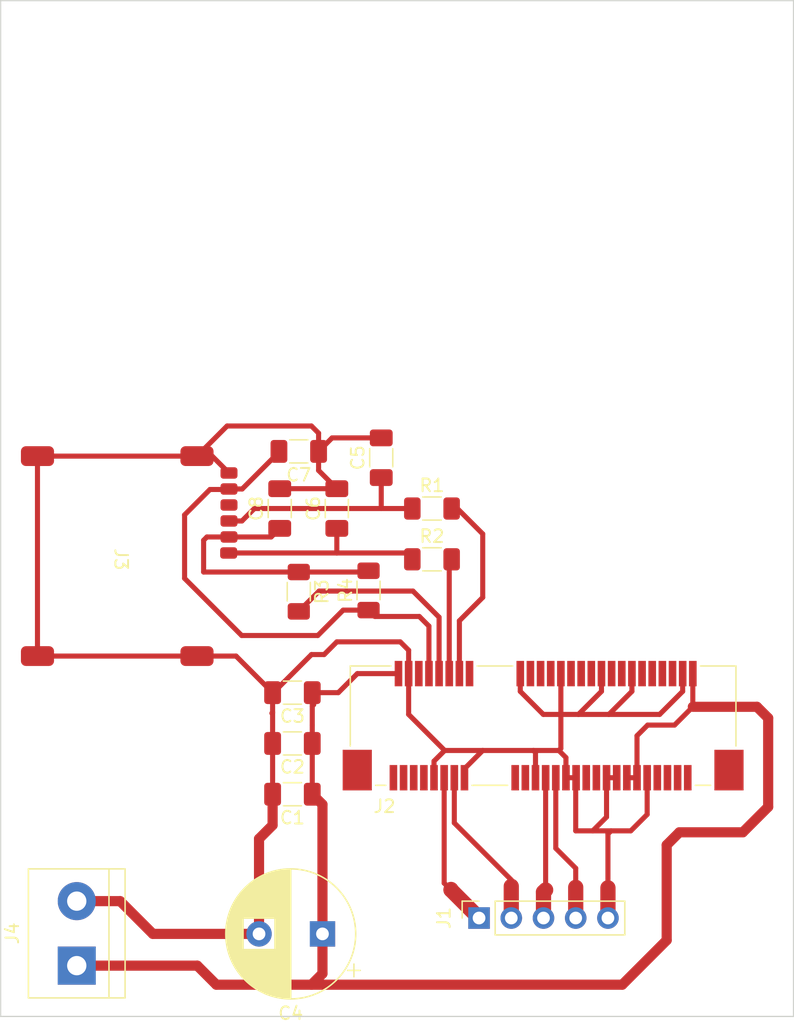
<source format=kicad_pcb>
(kicad_pcb (version 20211014) (generator pcbnew)
  (layers (0 "F.Cu" signal) (31 "B.Cu" signal) (34 "B.Paste" user) (35 "F.Paste" user) (36 "B.SilkS" user "B.Silkscreen") (37 "F.SilkS" user "F.Silkscreen") (38 "B.Mask" user) (39 "F.Mask" user) (44 "Edge.Cuts" user))
  (net 0 "")
  (net 1 "+3V3")
  (net 2 "GND")
  (net 3 "Net-(C5-Pad1)")
  (net 4 "Net-(C6-Pad1)")
  (net 5 "SIM_Vcc")
  (net 6 "Net-(C8-Pad1)")
  (net 7 "UART_RX")
  (net 8 "UART_CTS")
  (net 9 "UART_RTS")
  (net 10 "UART_TX")
  (net 16 "SIM_IO")
  (net 17 "SIM_CLK")
  (net 18 "SIM_Reset")
  (footprint "Capacitor_SMD:C_1206_3216Metric_Pad1.33x1.80mm_HandSolder" (layer "F.Cu") (at 136.24 81.325 90)
    (fp_text reference "C8" (at 0 -1.85 90) (layer "F.SilkS"))
    (fp_text value "33pF")
    (fp_line (start -0.711252 -0.91) (end 0.711252 -0.91) (layer "F.SilkS") (width 0.12))
    (fp_line (start -0.711252 0.91) (end 0.711252 0.91) (layer "F.SilkS") (width 0.12))
    (pad "1" smd roundrect locked (at -1.5625 0 90) (size 1.325 1.8) (layers "F.Cu" "F.Paste" "F.Mask") (roundrect_rratio 0.188679) (net 6 "Net-(C8-Pad1)"))
    (pad "2" smd roundrect locked (at 1.5625 0 90) (size 1.325 1.8) (layers "F.Cu" "F.Paste" "F.Mask") (roundrect_rratio 0.188679) (net 2 "GND"))
  )
  (footprint "Connector_PinSocket_2.54mm:PinSocket_1x05_P2.54mm_Vertical" (layer "F.Cu") (at 151.95 113.575 90)
    (fp_text reference "J1" (at 0 -2.77 90) (layer "F.SilkS"))
    (fp_text value "UART")
    (fp_line (start 0 -1.33) (end 1.33 -1.33) (layer "F.SilkS") (width 0.12))
    (fp_line (start -1.33 1.27) (end 1.33 1.27) (layer "F.SilkS") (width 0.12))
    (fp_line (start -1.33 11.49) (end 1.33 11.49) (layer "F.SilkS") (width 0.12))
    (fp_line (start -1.33 1.27) (end -1.33 11.49) (layer "F.SilkS") (width 0.12))
    (fp_line (start 1.33 1.27) (end 1.33 11.49) (layer "F.SilkS") (width 0.12))
    (fp_line (start 1.33 -1.33) (end 1.33 0) (layer "F.SilkS") (width 0.12))
    (pad "1" thru_hole rect locked (at 0 0 90) (size 1.7 1.7) (drill 1) (layers *.Cu *.Mask) (net 7 "UART_RX"))
    (pad "2" thru_hole oval locked (at 0 2.54 90) (size 1.7 1.7) (drill 1) (layers *.Cu *.Mask) (net 10 "UART_TX"))
    (pad "3" thru_hole oval locked (at 0 5.08 90) (size 1.7 1.7) (drill 1) (layers *.Cu *.Mask) (net 8 "UART_CTS"))
    (pad "4" thru_hole oval locked (at 0 7.62 90) (size 1.7 1.7) (drill 1) (layers *.Cu *.Mask) (net 9 "UART_RTS"))
    (pad "5" thru_hole oval locked (at 0 10.16 90) (size 1.7 1.7) (drill 1) (layers *.Cu *.Mask) (net 2 "GND"))
  )
  (footprint "Capacitor_SMD:C_1206_3216Metric_Pad1.33x1.80mm_HandSolder" (layer "F.Cu") (at 137.24 99.825 180)
    (fp_text reference "C2" (at 0 -1.85) (layer "F.SilkS"))
    (fp_text value "33pF")
    (fp_line (start -0.711252 0.91) (end 0.711252 0.91) (layer "F.SilkS") (width 0.12))
    (fp_line (start -0.711252 -0.91) (end 0.711252 -0.91) (layer "F.SilkS") (width 0.12))
    (pad "1" smd roundrect locked (at -1.5625 0 180) (size 1.325 1.8) (layers "F.Cu" "F.Paste" "F.Mask") (roundrect_rratio 0.188679) (net 1 "+3V3"))
    (pad "2" smd roundrect locked (at 1.5625 0 180) (size 1.325 1.8) (layers "F.Cu" "F.Paste" "F.Mask") (roundrect_rratio 0.188679) (net 2 "GND"))
  )
  (footprint "Capacitor_THT:CP_Radial_D10.0mm_P5.00mm" (layer "F.Cu") (at 139.607677 114.825 180)
    (fp_text reference "C4" (at 2.5 -6.25) (layer "F.SilkS"))
    (fp_text value "470uF")
    (fp_line (start 7.541 -0.862) (end 7.541 0.862) (layer "F.SilkS") (width 0.12))
    (fp_line (start 5.341 1.241) (end 5.341 4.221) (layer "F.SilkS") (width 0.12))
    (fp_line (start 6.261 -3.436) (end 6.261 3.436) (layer "F.SilkS") (width 0.12))
    (fp_line (start 4.141 1.241) (end 4.141 4.811) (layer "F.SilkS") (width 0.12))
    (fp_line (start 5.981 1.241) (end 5.981 3.716) (layer "F.SilkS") (width 0.12))
    (fp_line (start 4.381 1.241) (end 4.381 4.723) (layer "F.SilkS") (width 0.12))
    (fp_line (start 7.221 -1.944) (end 7.221 1.944) (layer "F.SilkS") (width 0.12))
    (fp_line (start 2.62 -5.079) (end 2.62 5.079) (layer "F.SilkS") (width 0.12))
    (fp_line (start 4.381 -4.723) (end 4.381 -1.241) (layer "F.SilkS") (width 0.12))
    (fp_line (start 5.101 1.241) (end 5.101 4.371) (layer "F.SilkS") (width 0.12))
    (fp_line (start 5.421 1.241) (end 5.421 4.166) (layer "F.SilkS") (width 0.12))
    (fp_line (start 6.781 -2.77) (end 6.781 2.77) (layer "F.SilkS") (width 0.12))
    (fp_line (start 6.101 -3.601) (end 6.101 -1.241) (layer "F.SilkS") (width 0.12))
    (fp_line (start 2.9 -5.065) (end 2.9 5.065) (layer "F.SilkS") (width 0.12))
    (fp_line (start 3.18 -5.035) (end 3.18 5.035) (layer "F.SilkS") (width 0.12))
    (fp_line (start -2.979646 -2.875) (end -1.979646 -2.875) (layer "F.SilkS") (width 0.12))
    (fp_line (start 6.301 -3.392) (end 6.301 3.392) (layer "F.SilkS") (width 0.12))
    (fp_line (start 5.701 1.241) (end 5.701 3.957) (layer "F.SilkS") (width 0.12))
    (fp_line (start 6.981 -2.439) (end 6.981 2.439) (layer "F.SilkS") (width 0.12))
    (fp_line (start 3.621 -4.956) (end 3.621 4.956) (layer "F.SilkS") (width 0.12))
    (fp_line (start 5.061 1.241) (end 5.061 4.395) (layer "F.SilkS") (width 0.12))
    (fp_line (start 6.901 -2.579) (end 6.901 2.579) (layer "F.SilkS") (width 0.12))
    (fp_line (start 5.541 1.241) (end 5.541 4.08) (layer "F.SilkS") (width 0.12))
    (fp_line (start 4.941 -4.462) (end 4.941 -1.241) (layer "F.SilkS") (width 0.12))
    (fp_line (start 6.501 -3.156) (end 6.501 3.156) (layer "F.SilkS") (width 0.12))
    (fp_line (start 3.501 -4.982) (end 3.501 4.982) (layer "F.SilkS") (width 0.12))
    (fp_line (start 3.861 1.241) (end 3.861 4.897) (layer "F.SilkS") (width 0.12))
    (fp_line (start 4.221 -4.783) (end 4.221 -1.241) (layer "F.SilkS") (width 0.12))
    (fp_line (start 6.221 1.241) (end 6.221 3.478) (layer "F.SilkS") (width 0.12))
    (fp_line (start 4.181 1.241) (end 4.181 4.797) (layer "F.SilkS") (width 0.12))
    (fp_line (start 4.781 1.241) (end 4.781 4.545) (layer "F.SilkS") (width 0.12))
    (fp_line (start 3.381 -5.004) (end 3.381 5.004) (layer "F.SilkS") (width 0.12))
    (fp_line (start 4.661 -4.603) (end 4.661 -1.241) (layer "F.SilkS") (width 0.12))
    (fp_line (start 4.541 1.241) (end 4.541 4.657) (layer "F.SilkS") (width 0.12))
    (fp_line (start 4.501 1.241) (end 4.501 4.674) (layer "F.SilkS") (width 0.12))
    (fp_line (start 5.301 -4.247) (end 5.301 -1.241) (layer "F.SilkS") (width 0.12))
    (fp_line (start 7.181 -2.037) (end 7.181 2.037) (layer "F.SilkS") (width 0.12))
    (fp_line (start 3.981 -4.862) (end 3.981 -1.241) (layer "F.SilkS") (width 0.12))
    (fp_line (start 3.221 -5.03) (end 3.221 5.03) (layer "F.SilkS") (width 0.12))
    (fp_line (start 5.461 1.241) (end 5.461 4.138) (layer "F.SilkS") (width 0.12))
    (fp_line (start 5.661 1.241) (end 5.661 3.989) (layer "F.SilkS") (width 0.12))
    (fp_line (start 6.141 -3.561) (end 6.141 -1.241) (layer "F.SilkS") (width 0.12))
    (fp_line (start 6.941 -2.51) (end 6.941 2.51) (layer "F.SilkS") (width 0.12))
    (fp_line (start 3.981 1.241) (end 3.981 4.862) (layer "F.SilkS") (width 0.12))
    (fp_line (start 5.781 -3.892) (end 5.781 -1.241) (layer "F.SilkS") (width 0.12))
    (fp_line (start 6.701 -2.889) (end 6.701 2.889) (layer "F.SilkS") (width 0.12))
    (fp_line (start 5.181 -4.323) (end 5.181 -1.241) (layer "F.SilkS") (width 0.12))
    (fp_line (start 5.061 -4.395) (end 5.061 -1.241) (layer "F.SilkS") (width 0.12))
    (fp_line (start 4.621 1.241) (end 4.621 4.621) (layer "F.SilkS") (width 0.12))
    (fp_line (start 6.181 -3.52) (end 6.181 -1.241) (layer "F.SilkS") (width 0.12))
    (fp_line (start 5.501 1.241) (end 5.501 4.11) (layer "F.SilkS") (width 0.12))
    (fp_line (start 3.741 -4.928) (end 3.741 4.928) (layer "F.SilkS") (width 0.12))
    (fp_line (start 3.901 1.241) (end 3.901 4.885) (layer "F.SilkS") (width 0.12))
    (fp_line (start 4.101 -4.824) (end 4.101 -1.241) (layer "F.SilkS") (width 0.12))
    (fp_line (start 3.581 -4.965) (end 3.581 4.965) (layer "F.SilkS") (width 0.12))
    (fp_line (start 4.981 1.241) (end 4.981 4.44) (layer "F.SilkS") (width 0.12))
    (fp_line (start 4.861 1.241) (end 4.861 4.504) (layer "F.SilkS") (width 0.12))
    (fp_line (start 4.061 1.241) (end 4.061 4.837) (layer "F.SilkS") (width 0.12))
    (fp_line (start 3.781 -4.918) (end 3.781 -1.241) (layer "F.SilkS") (width 0.12))
    (fp_line (start 4.861 -4.504) (end 4.861 -1.241) (layer "F.SilkS") (width 0.12))
    (fp_line (start 6.341 -3.347) (end 6.341 3.347) (layer "F.SilkS") (width 0.12))
    (fp_line (start 6.021 -3.679) (end 6.021 -1.241) (layer "F.SilkS") (width 0.12))
    (fp_line (start 4.021 1.241) (end 4.021 4.85) (layer "F.SilkS") (width 0.12))
    (fp_line (start 4.261 1.241) (end 4.261 4.768) (layer "F.SilkS") (width 0.12))
    (fp_line (start 4.701 -4.584) (end 4.701 -1.241) (layer "F.SilkS") (width 0.12))
    (fp_line (start 7.261 -1.846) (end 7.261 1.846) (layer "F.SilkS") (width 0.12))
    (fp_line (start 3.14 -5.04) (end 3.14 5.04) (layer "F.SilkS") (width 0.12))
    (fp_line (start 4.021 -4.85) (end 4.021 -1.241) (layer "F.SilkS") (width 0.12))
    (fp_line (start 3.421 -4.997) (end 3.421 4.997) (layer "F.SilkS") (width 0.12))
    (fp_line (start 5.101 -4.371) (end 5.101 -1.241) (layer "F.SilkS") (width 0.12))
    (fp_line (start 6.461 -3.206) (end 6.461 3.206) (layer "F.SilkS") (width 0.12))
    (fp_line (start 4.501 -4.674) (end 4.501 -1.241) (layer "F.SilkS") (width 0.12))
    (fp_line (start 4.341 -4.738) (end 4.341 -1.241) (layer "F.SilkS") (width 0.12))
    (fp_line (start 7.101 -2.209) (end 7.101 2.209) (layer "F.SilkS") (width 0.12))
    (fp_line (start 4.301 -4.754) (end 4.301 -1.241) (layer "F.SilkS") (width 0.12))
    (fp_line (start 7.141 -2.125) (end 7.141 2.125) (layer "F.SilkS") (width 0.12))
    (fp_line (start 5.181 1.241) (end 5.181 4.323) (layer "F.SilkS") (width 0.12))
    (fp_line (start 4.061 -4.837) (end 4.061 -1.241) (layer "F.SilkS") (width 0.12))
    (fp_line (start 3.1 -5.045) (end 3.1 5.045) (layer "F.SilkS") (width 0.12))
    (fp_line (start 5.581 1.241) (end 5.581 4.05) (layer "F.SilkS") (width 0.12))
    (fp_line (start 6.421 -3.254) (end 6.421 3.254) (layer "F.SilkS") (width 0.12))
    (fp_line (start 4.421 -4.707) (end 4.421 -1.241) (layer "F.SilkS") (width 0.12))
    (fp_line (start 3.02 -5.054) (end 3.02 5.054) (layer "F.SilkS") (width 0.12))
    (fp_line (start 5.021 -4.417) (end 5.021 -1.241) (layer "F.SilkS") (width 0.12))
    (fp_line (start 4.461 -4.69) (end 4.461 -1.241) (layer "F.SilkS") (width 0.12))
    (fp_line (start 5.741 -3.925) (end 5.741 -1.241) (layer "F.SilkS") (width 0.12))
    (fp_line (start 4.981 -4.44) (end 4.981 -1.241) (layer "F.SilkS") (width 0.12))
    (fp_line (start 5.021 1.241) (end 5.021 4.417) (layer "F.SilkS") (width 0.12))
    (fp_line (start 5.821 1.241) (end 5.821 3.858) (layer "F.SilkS") (width 0.12))
    (fp_line (start 6.381 -3.301) (end 6.381 3.301) (layer "F.SilkS") (width 0.12))
    (fp_line (start 4.741 1.241) (end 4.741 4.564) (layer "F.SilkS") (width 0.12))
    (fp_line (start 2.94 -5.062) (end 2.94 5.062) (layer "F.SilkS") (width 0.12))
    (fp_line (start 3.821 -4.907) (end 3.821 -1.241) (layer "F.SilkS") (width 0.12))
    (fp_line (start 5.221 -4.298) (end 5.221 -1.241) (layer "F.SilkS") (width 0.12))
    (fp_line (start 2.7 -5.077) (end 2.7 5.077) (layer "F.SilkS") (width 0.12))
    (fp_line (start 4.901 1.241) (end 4.901 4.483) (layer "F.SilkS") (width 0.12))
    (fp_line (start 6.741 -2.83) (end 6.741 2.83) (layer "F.SilkS") (width 0.12))
    (fp_line (start 4.141 -4.811) (end 4.141 -1.241) (layer "F.SilkS") (width 0.12))
    (fp_line (start 6.141 1.241) (end 6.141 3.561) (layer "F.SilkS") (width 0.12))
    (fp_line (start 7.301 -1.742) (end 7.301 1.742) (layer "F.SilkS") (width 0.12))
    (fp_line (start 7.421 -1.378) (end 7.421 1.378) (layer "F.SilkS") (width 0.12))
    (fp_line (start 3.301 -5.018) (end 3.301 5.018) (layer "F.SilkS") (width 0.12))
    (fp_line (start 4.821 -4.525) (end 4.821 -1.241) (layer "F.SilkS") (width 0.12))
    (fp_line (start 2.5 -5.08) (end 2.5 5.08) (layer "F.SilkS") (width 0.12))
    (fp_line (start 3.941 1.241) (end 3.941 4.874) (layer "F.SilkS") (width 0.12))
    (fp_line (start 5.861 -3.824) (end 5.861 -1.241) (layer "F.SilkS") (width 0.12))
    (fp_line (start 6.541 -3.106) (end 6.541 3.106) (layer "F.SilkS") (width 0.12))
    (fp_line (start 3.461 -4.99) (end 3.461 4.99) (layer "F.SilkS") (width 0.12))
    (fp_line (start 3.06 -5.05) (end 3.06 5.05) (layer "F.SilkS") (width 0.12))
    (fp_line (start 5.541 -4.08) (end 5.541 -1.241) (layer "F.SilkS") (width 0.12))
    (fp_line (start 2.82 -5.07) (end 2.82 5.07) (layer "F.SilkS") (width 0.12))
    (fp_line (start 5.421 -4.166) (end 5.421 -1.241) (layer "F.SilkS") (width 0.12))
    (fp_line (start 5.701 -3.957) (end 5.701 -1.241) (layer "F.SilkS") (width 0.12))
    (fp_line (start 3.821 1.241) (end 3.821 4.907) (layer "F.SilkS") (width 0.12))
    (fp_line (start 3.781 1.241) (end 3.781 4.918) (layer "F.SilkS") (width 0.12))
    (fp_line (start 5.621 -4.02) (end 5.621 -1.241) (layer "F.SilkS") (width 0.12))
    (fp_line (start 6.861 -2.645) (end 6.861 2.645) (layer "F.SilkS") (width 0.12))
    (fp_line (start 7.341 -1.63) (end 7.341 1.63) (layer "F.SilkS") (width 0.12))
    (fp_line (start 5.301 1.241) (end 5.301 4.247) (layer "F.SilkS") (width 0.12))
    (fp_line (start 5.461 -4.138) (end 5.461 -1.241) (layer "F.SilkS") (width 0.12))
    (fp_line (start 3.341 -5.011) (end 3.341 5.011) (layer "F.SilkS") (width 0.12))
    (fp_line (start 4.541 -4.657) (end 4.541 -1.241) (layer "F.SilkS") (width 0.12))
    (fp_line (start 2.58 -5.08) (end 2.58 5.08) (layer "F.SilkS") (width 0.12))
    (fp_line (start 4.701 1.241) (end 4.701 4.584) (layer "F.SilkS") (width 0.12))
    (fp_line (start 4.581 -4.639) (end 4.581 -1.241) (layer "F.SilkS") (width 0.12))
    (fp_line (start 5.901 -3.789) (end 5.901 -1.241) (layer "F.SilkS") (width 0.12))
    (fp_line (start 7.581 -0.599) (end 7.581 0.599) (layer "F.SilkS") (width 0.12))
    (fp_line (start 6.661 -2.945) (end 6.661 2.945) (layer "F.SilkS") (width 0.12))
    (fp_line (start 7.061 -2.289) (end 7.061 2.289) (layer "F.SilkS") (width 0.12))
    (fp_line (start 2.66 -5.078) (end 2.66 5.078) (layer "F.SilkS") (width 0.12))
    (fp_line (start 5.981 -3.716) (end 5.981 -1.241) (layer "F.SilkS") (width 0.12))
    (fp_line (start 3.701 -4.938) (end 3.701 4.938) (layer "F.SilkS") (width 0.12))
    (fp_line (start 5.941 -3.753) (end 5.941 -1.241) (layer "F.SilkS") (width 0.12))
    (fp_line (start 3.941 -4.874) (end 3.941 -1.241) (layer "F.SilkS") (width 0.12))
    (fp_line (start -2.479646 -3.375) (end -2.479646 -2.375) (layer "F.SilkS") (width 0.12))
    (fp_line (start 5.381 -4.194) (end 5.381 -1.241) (layer "F.SilkS") (width 0.12))
    (fp_line (start 7.461 -1.23) (end 7.461 1.23) (layer "F.SilkS") (width 0.12))
    (fp_line (start 5.341 -4.221) (end 5.341 -1.241) (layer "F.SilkS") (width 0.12))
    (fp_line (start 5.781 1.241) (end 5.781 3.892) (layer "F.SilkS") (width 0.12))
    (fp_line (start 7.501 -1.062) (end 7.501 1.062) (layer "F.SilkS") (width 0.12))
    (fp_line (start 3.901 -4.885) (end 3.901 -1.241) (layer "F.SilkS") (width 0.12))
    (fp_line (start 4.941 1.241) (end 4.941 4.462) (layer "F.SilkS") (width 0.12))
    (fp_line (start 5.741 1.241) (end 5.741 3.925) (layer "F.SilkS") (width 0.12))
    (fp_line (start 7.381 -1.51) (end 7.381 1.51) (layer "F.SilkS") (width 0.12))
    (fp_line (start 4.221 1.241) (end 4.221 4.783) (layer "F.SilkS") (width 0.12))
    (fp_line (start 5.901 1.241) (end 5.901 3.789) (layer "F.SilkS") (width 0.12))
    (fp_line (start 5.141 1.241) (end 5.141 4.347) (layer "F.SilkS") (width 0.12))
    (fp_line (start 2.86 -5.068) (end 2.86 5.068) (layer "F.SilkS") (width 0.12))
    (fp_line (start 5.141 -4.347) (end 5.141 -1.241) (layer "F.SilkS") (width 0.12))
    (fp_line (start 4.461 1.241) (end 4.461 4.69) (layer "F.SilkS") (width 0.12))
    (fp_line (start 2.54 -5.08) (end 2.54 5.08) (layer "F.SilkS") (width 0.12))
    (fp_line (start 5.861 1.241) (end 5.861 3.824) (layer "F.SilkS") (width 0.12))
    (fp_line (start 2.74 -5.075) (end 2.74 5.075) (layer "F.SilkS") (width 0.12))
    (fp_line (start 3.861 -4.897) (end 3.861 -1.241) (layer "F.SilkS") (width 0.12))
    (fp_line (start 4.781 -4.545) (end 4.781 -1.241) (layer "F.SilkS") (width 0.12))
    (fp_line (start 6.061 1.241) (end 6.061 3.64) (layer "F.SilkS") (width 0.12))
    (fp_line (start 2.98 -5.058) (end 2.98 5.058) (layer "F.SilkS") (width 0.12))
    (fp_line (start 3.541 -4.974) (end 3.541 4.974) (layer "F.SilkS") (width 0.12))
    (fp_line (start 4.901 -4.483) (end 4.901 -1.241) (layer "F.SilkS") (width 0.12))
    (fp_line (start 5.221 1.241) (end 5.221 4.298) (layer "F.SilkS") (width 0.12))
    (fp_line (start 5.821 -3.858) (end 5.821 -1.241) (layer "F.SilkS") (width 0.12))
    (fp_line (start 6.021 1.241) (end 6.021 3.679) (layer "F.SilkS") (width 0.12))
    (fp_line (start 5.261 1.241) (end 5.261 4.273) (layer "F.SilkS") (width 0.12))
    (fp_line (start 5.501 -4.11) (end 5.501 -1.241) (layer "F.SilkS") (width 0.12))
    (fp_line (start 4.101 1.241) (end 4.101 4.824) (layer "F.SilkS") (width 0.12))
    (fp_line (start 4.261 -4.768) (end 4.261 -1.241) (layer "F.SilkS") (width 0.12))
    (fp_line (start 6.581 -3.054) (end 6.581 3.054) (layer "F.SilkS") (width 0.12))
    (fp_line (start 4.621 -4.621) (end 4.621 -1.241) (layer "F.SilkS") (width 0.12))
    (fp_line (start 5.661 -3.989) (end 5.661 -1.241) (layer "F.SilkS") (width 0.12))
    (fp_line (start 7.021 -2.365) (end 7.021 2.365) (layer "F.SilkS") (width 0.12))
    (fp_line (start 2.78 -5.073) (end 2.78 5.073) (layer "F.SilkS") (width 0.12))
    (fp_line (start 6.821 -2.709) (end 6.821 2.709) (layer "F.SilkS") (width 0.12))
    (fp_line (start 6.061 -3.64) (end 6.061 -1.241) (layer "F.SilkS") (width 0.12))
    (fp_line (start 6.221 -3.478) (end 6.221 -1.241) (layer "F.SilkS") (width 0.12))
    (fp_line (start 5.941 1.241) (end 5.941 3.753) (layer "F.SilkS") (width 0.12))
    (fp_line (start 4.181 -4.797) (end 4.181 -1.241) (layer "F.SilkS") (width 0.12))
    (fp_line (start 4.301 1.241) (end 4.301 4.754) (layer "F.SilkS") (width 0.12))
    (fp_line (start 4.661 1.241) (end 4.661 4.603) (layer "F.SilkS") (width 0.12))
    (fp_line (start 4.341 1.241) (end 4.341 4.738) (layer "F.SilkS") (width 0.12))
    (fp_line (start 5.621 1.241) (end 5.621 4.02) (layer "F.SilkS") (width 0.12))
    (fp_line (start 4.741 -4.564) (end 4.741 -1.241) (layer "F.SilkS") (width 0.12))
    (fp_line (start 3.661 -4.947) (end 3.661 4.947) (layer "F.SilkS") (width 0.12))
    (fp_line (start 6.621 -3) (end 6.621 3) (layer "F.SilkS") (width 0.12))
    (fp_line (start 5.381 1.241) (end 5.381 4.194) (layer "F.SilkS") (width 0.12))
    (fp_line (start 4.421 1.241) (end 4.421 4.707) (layer "F.SilkS") (width 0.12))
    (fp_line (start 5.261 -4.273) (end 5.261 -1.241) (layer "F.SilkS") (width 0.12))
    (fp_line (start 5.581 -4.05) (end 5.581 -1.241) (layer "F.SilkS") (width 0.12))
    (fp_line (start 3.261 -5.024) (end 3.261 5.024) (layer "F.SilkS") (width 0.12))
    (fp_line (start 6.101 1.241) (end 6.101 3.601) (layer "F.SilkS") (width 0.12))
    (fp_line (start 4.821 1.241) (end 4.821 4.525) (layer "F.SilkS") (width 0.12))
    (fp_line (start 4.581 1.241) (end 4.581 4.639) (layer "F.SilkS") (width 0.12))
    (fp_line (start 6.181 1.241) (end 6.181 3.52) (layer "F.SilkS") (width 0.12))
    (fp_circle (center 2.5 0) (end 7.62 0) (layer "F.SilkS") (width 0.12) (fill none))
    (pad "1" thru_hole rect locked (at 0 0 180) (size 2 2) (drill 1) (layers *.Cu *.Mask) (net 1 "+3V3"))
    (pad "2" thru_hole circle locked (at 5 0 180) (size 2 2) (drill 1) (layers *.Cu *.Mask) (net 2 "GND"))
  )
  (footprint "Resistor_SMD:R_1206_3216Metric_Pad1.30x1.75mm_HandSolder" (layer "F.Cu") (at 148.24 81.325)
    (fp_text reference "R1" (at 0 -1.82) (layer "F.SilkS"))
    (fp_text value "22")
    (fp_line (start -0.727064 0.91) (end 0.727064 0.91) (layer "F.SilkS") (width 0.12))
    (fp_line (start -0.727064 -0.91) (end 0.727064 -0.91) (layer "F.SilkS") (width 0.12))
    (pad "1" smd roundrect locked (at -1.55 0) (size 1.3 1.75) (layers "F.Cu" "F.Paste" "F.Mask") (roundrect_rratio 0.192308) (net 3 "Net-(C5-Pad1)"))
    (pad "2" smd roundrect locked (at 1.55 0) (size 1.3 1.75) (layers "F.Cu" "F.Paste" "F.Mask") (roundrect_rratio 0.192308) (net 18 "SIM_Reset"))
  )
  (footprint "Connector_Molex:micro_sim" (layer "F.Cu") (at 123.24 85.325 -90)
    (fp_text reference "J3" (at 0 -0.5 -90 unlocked) (layer "F.SilkS"))
    (fp_text value "SIM_Card")
    (pad "1" smd roundrect locked (at -5.54 -9 90) (size 0.9 1.34) (layers "F.Cu" "F.Paste" "F.Mask") (net 5 "SIM_Vcc"))
    (pad "2" smd roundrect locked (at -3.02 -9 90) (size 0.9 1.34) (layers "F.Cu" "F.Paste" "F.Mask") (net 3 "Net-(C5-Pad1)"))
    (pad "3" smd roundrect locked (at -0.5 -8.974237 90) (size 0.9 1.34) (layers "F.Cu" "F.Paste" "F.Mask") (net 4 "Net-(C6-Pad1)"))
    (pad "5" smd roundrect locked (at -6.8 -9 90) (size 0.9 1.34) (layers "F.Cu" "F.Paste" "F.Mask") (net 2 "GND"))
    (pad "5" smd roundrect locked (at -8.128 -6.477 90) (size 1.56 2.61) (layers "F.Cu" "F.Paste" "F.Mask") (net 2 "GND"))
    (pad "5" smd roundrect locked (at -8.128 6.096 90) (size 1.56 2.61) (layers "F.Cu" "F.Paste" "F.Mask") (net 2 "GND"))
    (pad "5" smd roundrect locked (at 7.62 6.096 90) (size 1.56 2.61) (layers "F.Cu" "F.Paste" "F.Mask") (net 2 "GND"))
    (pad "5" smd roundrect locked (at 7.62 -6.477 90) (size 1.56 2.61) (layers "F.Cu" "F.Paste" "F.Mask") (net 2 "GND"))
    (pad "6" smd roundrect locked (at -4.28 -9 90) (size 0.9 1.34) (layers "F.Cu" "F.Paste" "F.Mask"))
    (pad "7" smd roundrect locked (at -1.76 -9 90) (size 0.9 1.34) (layers "F.Cu" "F.Paste" "F.Mask") (net 6 "Net-(C8-Pad1)"))
  )
  (footprint "Resistor_SMD:R_1206_3216Metric_Pad1.30x1.75mm_HandSolder" (layer "F.Cu") (at 143.24 87.775 90)
    (fp_text reference "R4" (at 0 -1.82 90) (layer "F.SilkS"))
    (fp_text value "15k")
    (fp_line (start -0.727064 -0.91) (end 0.727064 -0.91) (layer "F.SilkS") (width 0.12))
    (fp_line (start -0.727064 0.91) (end 0.727064 0.91) (layer "F.SilkS") (width 0.12))
    (pad "1" smd roundrect locked (at -1.55 0 90) (size 1.3 1.75) (layers "F.Cu" "F.Paste" "F.Mask") (roundrect_rratio 0.192308) (net 5 "SIM_Vcc"))
    (pad "2" smd roundrect locked (at 1.55 0 90) (size 1.3 1.75) (layers "F.Cu" "F.Paste" "F.Mask") (roundrect_rratio 0.192308) (net 6 "Net-(C8-Pad1)"))
  )
  (footprint "Resistor_SMD:R_1206_3216Metric_Pad1.30x1.75mm_HandSolder" (layer "F.Cu") (at 137.74 87.875 -90)
    (fp_text reference "R3" (at 0 -1.82 90) (layer "F.SilkS"))
    (fp_text value "22")
    (fp_line (start -0.727064 -0.91) (end 0.727064 -0.91) (layer "F.SilkS") (width 0.12))
    (fp_line (start -0.727064 0.91) (end 0.727064 0.91) (layer "F.SilkS") (width 0.12))
    (pad "1" smd roundrect locked (at -1.55 0 270) (size 1.3 1.75) (layers "F.Cu" "F.Paste" "F.Mask") (roundrect_rratio 0.192308) (net 6 "Net-(C8-Pad1)"))
    (pad "2" smd roundrect locked (at 1.55 0 270) (size 1.3 1.75) (layers "F.Cu" "F.Paste" "F.Mask") (roundrect_rratio 0.192308) (net 16 "SIM_IO"))
  )
  (footprint "Connector_PCBEdge:BUS_PCI_Express_Mini_Full" (layer "F.Cu") (at 157 98.425)
    (fp_text reference "J2" (at -12.5 6.35 180) (layer "F.SilkS"))
    (fp_text value "Bus_PCI_Express_Mini")
    (fp_line (start -13.2 4.7) (end -12.4 4.7) (layer "F.SilkS") (width 0.12))
    (fp_line (start -12 -4.7) (end -15.2 -4.7) (layer "F.SilkS") (width 0.12))
    (fp_line (start -5.6 4.7) (end -2.8 4.7) (layer "F.SilkS") (width 0.12))
    (fp_line (start 12 4.7) (end 13.2 4.7) (layer "F.SilkS") (width 0.12))
    (fp_line (start 15.2 1.6) (end 15.2 -4.7) (layer "F.SilkS") (width 0.12))
    (fp_line (start -2.4 -4.7) (end -5.2 -4.7) (layer "F.SilkS") (width 0.12))
    (fp_line (start 15.2 -4.7) (end 12.4 -4.7) (layer "F.SilkS") (width 0.12))
    (fp_line (start -15.2 -4.7) (end -15.2 1.6) (layer "F.SilkS") (width 0.12))
    (pad "" np_thru_hole circle locked (at -12.5 0) (size 1.6 1.6) (drill 1.6) (layers *.Cu *.Mask))
    (pad "" np_thru_hole circle locked (at 12.5 0) (size 1.1 1.1) (drill 1.1) (layers *.Cu *.Mask))
    (pad "1" smd rect locked (at -11.8 4.1) (size 0.6 2) (layers "F.Cu" "F.Paste" "F.Mask"))
    (pad "2" smd rect locked (at -11.4 -4.1) (size 0.6 2) (layers "F.Cu" "F.Paste" "F.Mask") (net 1 "+3V3"))
    (pad "3" smd rect locked (at -11 4.1) (size 0.6 2) (layers "F.Cu" "F.Paste" "F.Mask"))
    (pad "4" smd rect locked (at -10.6 -4.1) (size 0.6 2) (layers "F.Cu" "F.Paste" "F.Mask") (net 2 "GND"))
    (pad "5" smd rect locked (at -10.2 4.1) (size 0.6 2) (layers "F.Cu" "F.Paste" "F.Mask"))
    (pad "6" smd rect locked (at -9.8 -4.1) (size 0.6 2) (layers "F.Cu" "F.Paste" "F.Mask"))
    (pad "7" smd rect locked (at -9.4 4.1) (size 0.6 2) (layers "F.Cu" "F.Paste" "F.Mask"))
    (pad "8" smd rect locked (at -9 -4.1) (size 0.6 2) (layers "F.Cu" "F.Paste" "F.Mask") (net 5 "SIM_Vcc"))
    (pad "9" smd rect locked (at -8.6 4.1) (size 0.6 2) (layers "F.Cu" "F.Paste" "F.Mask") (net 2 "GND"))
    (pad "10" smd rect locked (at -8.2 -4.1) (size 0.6 2) (layers "F.Cu" "F.Paste" "F.Mask") (net 16 "SIM_IO"))
    (pad "11" smd rect locked (at -7.8 4.1) (size 0.6 2) (layers "F.Cu" "F.Paste" "F.Mask") (net 7 "UART_RX"))
    (pad "12" smd rect locked (at -7.4 -4.1) (size 0.6 2) (layers "F.Cu" "F.Paste" "F.Mask") (net 17 "SIM_CLK"))
    (pad "13" smd rect locked (at -7 4.1) (size 0.6 2) (layers "F.Cu" "F.Paste" "F.Mask") (net 10 "UART_TX"))
    (pad "14" smd rect locked (at -6.6 -4.1) (size 0.6 2) (layers "F.Cu" "F.Paste" "F.Mask") (net 18 "SIM_Reset"))
    (pad "15" smd rect locked (at -6.2 4.1) (size 0.6 2) (layers "F.Cu" "F.Paste" "F.Mask") (net 2 "GND"))
    (pad "16" smd rect locked (at -5.8 -4.1) (size 0.6 2) (layers "F.Cu" "F.Paste" "F.Mask"))
    (pad "17" smd rect locked (at -2.2 4.1) (size 0.6 2) (layers "F.Cu" "F.Paste" "F.Mask"))
    (pad "18" smd rect locked (at -1.8 -4.1) (size 0.6 2) (layers "F.Cu" "F.Paste" "F.Mask") (net 2 "GND"))
    (pad "19" smd rect locked (at -1.4 4.1) (size 0.6 2) (layers "F.Cu" "F.Paste" "F.Mask"))
    (pad "20" smd rect locked (at -1 -4.1) (size 0.6 2) (layers "F.Cu" "F.Paste" "F.Mask"))
    (pad "21" smd rect locked (at -0.6 4.1) (size 0.6 2) (layers "F.Cu" "F.Paste" "F.Mask") (net 2 "GND"))
    (pad "22" smd rect locked (at -0.2 -4.1) (size 0.6 2) (layers "F.Cu" "F.Paste" "F.Mask"))
    (pad "23" smd rect locked (at 0.2 4.1) (size 0.6 2) (layers "F.Cu" "F.Paste" "F.Mask") (net 8 "UART_CTS"))
    (pad "24" smd rect locked (at 0.6 -4.1) (size 0.6 2) (layers "F.Cu" "F.Paste" "F.Mask"))
    (pad "25" smd rect locked (at 1 4.1) (size 0.6 2) (layers "F.Cu" "F.Paste" "F.Mask") (net 9 "UART_RTS"))
    (pad "26" smd rect locked (at 1.4 -4.1) (size 0.6 2) (layers "F.Cu" "F.Paste" "F.Mask") (net 2 "GND"))
    (pad "27" smd rect locked (at 1.8 4.1) (size 0.6 2) (layers "F.Cu" "F.Paste" "F.Mask") (net 2 "GND"))
    (pad "28" smd rect locked (at 2.2 -4.1) (size 0.6 2) (layers "F.Cu" "F.Paste" "F.Mask"))
    (pad "29" smd rect locked (at 2.6 4.1) (size 0.6 2) (layers "F.Cu" "F.Paste" "F.Mask") (net 2 "GND"))
    (pad "30" smd rect locked (at 3 -4.1) (size 0.6 2) (layers "F.Cu" "F.Paste" "F.Mask"))
    (pad "31" smd rect locked (at 3.4 4.1) (size 0.6 2) (layers "F.Cu" "F.Paste" "F.Mask"))
    (pad "32" smd rect locked (at 3.8 -4.1) (size 0.6 2) (layers "F.Cu" "F.Paste" "F.Mask"))
    (pad "33" smd rect locked (at 4.2 4.1) (size 0.6 2) (layers "F.Cu" "F.Paste" "F.Mask"))
    (pad "34" smd rect locked (at 4.6 -4.1) (size 0.6 2) (layers "F.Cu" "F.Paste" "F.Mask") (net 2 "GND"))
    (pad "35" smd rect locked (at 5 4.1) (size 0.6 2) (layers "F.Cu" "F.Paste" "F.Mask") (net 2 "GND"))
    (pad "36" smd rect locked (at 5.4 -4.1) (size 0.6 2) (layers "F.Cu" "F.Paste" "F.Mask"))
    (pad "37" smd rect locked (at 5.8 4.1) (size 0.6 2) (layers "F.Cu" "F.Paste" "F.Mask") (net 2 "GND"))
    (pad "38" smd rect locked (at 6.2 -4.1) (size 0.6 2) (layers "F.Cu" "F.Paste" "F.Mask"))
    (pad "39" smd rect locked (at 6.6 4.1) (size 0.6 2) (layers "F.Cu" "F.Paste" "F.Mask") (net 1 "+3V3"))
    (pad "40" smd rect locked (at 7 -4.1) (size 0.6 2) (layers "F.Cu" "F.Paste" "F.Mask") (net 2 "GND"))
    (pad "41" smd rect locked (at 7.4 4.1) (size 0.6 2) (layers "F.Cu" "F.Paste" "F.Mask") (net 1 "+3V3"))
    (pad "42" smd rect locked (at 7.8 -4.1) (size 0.6 2) (layers "F.Cu" "F.Paste" "F.Mask"))
    (pad "43" smd rect locked (at 8.2 4.1) (size 0.6 2) (layers "F.Cu" "F.Paste" "F.Mask") (net 2 "GND"))
    (pad "44" smd rect locked (at 8.6 -4.1) (size 0.6 2) (layers "F.Cu" "F.Paste" "F.Mask"))
    (pad "45" smd rect locked (at 9 4.1) (size 0.6 2) (layers "F.Cu" "F.Paste" "F.Mask"))
    (pad "46" smd rect locked (at 9.4 -4.1) (size 0.6 2) (layers "F.Cu" "F.Paste" "F.Mask"))
    (pad "47" smd rect locked (at 9.8 4.1) (size 0.6 2) (layers "F.Cu" "F.Paste" "F.Mask"))
    (pad "48" smd rect locked (at 10.2 -4.1) (size 0.6 2) (layers "F.Cu" "F.Paste" "F.Mask"))
    (pad "49" smd rect locked (at 10.6 4.1) (size 0.6 2) (layers "F.Cu" "F.Paste" "F.Mask"))
    (pad "50" smd rect locked (at 11 -4.1) (size 0.6 2) (layers "F.Cu" "F.Paste" "F.Mask") (net 2 "GND"))
    (pad "51" smd rect locked (at 11.4 4.1) (size 0.6 2) (layers "F.Cu" "F.Paste" "F.Mask"))
    (pad "52" smd rect locked (at 11.8 -4.1) (size 0.6 2) (layers "F.Cu" "F.Paste" "F.Mask") (net 1 "+3V3"))
    (pad "MP" smd rect locked (at 14.65 3.5) (size 2.3 3.2) (layers "F.Cu" "F.Paste" "F.Mask"))
    (pad "MP" smd rect locked (at -14.65 3.5) (size 2.3 3.2) (layers "F.Cu" "F.Paste" "F.Mask"))
  )
  (footprint "Capacitor_SMD:C_1206_3216Metric_Pad1.33x1.80mm_HandSolder" (layer "F.Cu") (at 140.74 81.325 90)
    (fp_text reference "C6" (at 0 -1.85 90) (layer "F.SilkS"))
    (fp_text value "33pF")
    (fp_line (start -0.711252 0.91) (end 0.711252 0.91) (layer "F.SilkS") (width 0.12))
    (fp_line (start -0.711252 -0.91) (end 0.711252 -0.91) (layer "F.SilkS") (width 0.12))
    (pad "1" smd roundrect locked (at -1.5625 0 90) (size 1.325 1.8) (layers "F.Cu" "F.Paste" "F.Mask") (roundrect_rratio 0.188679) (net 4 "Net-(C6-Pad1)"))
    (pad "2" smd roundrect locked (at 1.5625 0 90) (size 1.325 1.8) (layers "F.Cu" "F.Paste" "F.Mask") (roundrect_rratio 0.188679) (net 2 "GND"))
  )
  (footprint "Capacitor_SMD:C_1206_3216Metric_Pad1.33x1.80mm_HandSolder" (layer "F.Cu") (at 137.24 95.825 180)
    (fp_text reference "C3" (at 0 -1.85) (layer "F.SilkS"))
    (fp_text value "10pF")
    (fp_line (start -0.711252 0.91) (end 0.711252 0.91) (layer "F.SilkS") (width 0.12))
    (fp_line (start -0.711252 -0.91) (end 0.711252 -0.91) (layer "F.SilkS") (width 0.12))
    (pad "1" smd roundrect locked (at -1.5625 0 180) (size 1.325 1.8) (layers "F.Cu" "F.Paste" "F.Mask") (roundrect_rratio 0.188679) (net 1 "+3V3"))
    (pad "2" smd roundrect locked (at 1.5625 0 180) (size 1.325 1.8) (layers "F.Cu" "F.Paste" "F.Mask") (roundrect_rratio 0.188679) (net 2 "GND"))
  )
  (footprint "Resistor_SMD:R_1206_3216Metric_Pad1.30x1.75mm_HandSolder" (layer "F.Cu") (at 148.24 85.325)
    (fp_text reference "R2" (at 0 -1.82) (layer "F.SilkS"))
    (fp_text value "22")
    (fp_line (start -0.727064 -0.91) (end 0.727064 -0.91) (layer "F.SilkS") (width 0.12))
    (fp_line (start -0.727064 0.91) (end 0.727064 0.91) (layer "F.SilkS") (width 0.12))
    (pad "1" smd roundrect locked (at -1.55 0) (size 1.3 1.75) (layers "F.Cu" "F.Paste" "F.Mask") (roundrect_rratio 0.192308) (net 4 "Net-(C6-Pad1)"))
    (pad "2" smd roundrect locked (at 1.55 0) (size 1.3 1.75) (layers "F.Cu" "F.Paste" "F.Mask") (roundrect_rratio 0.192308) (net 17 "SIM_CLK"))
  )
  (footprint "Capacitor_SMD:C_1206_3216Metric_Pad1.33x1.80mm_HandSolder" (layer "F.Cu") (at 144.24 77.325 90)
    (fp_text reference "C5" (at 0 -1.85 90) (layer "F.SilkS"))
    (fp_text value "33pF")
    (fp_line (start -0.711252 -0.91) (end 0.711252 -0.91) (layer "F.SilkS") (width 0.12))
    (fp_line (start -0.711252 0.91) (end 0.711252 0.91) (layer "F.SilkS") (width 0.12))
    (pad "1" smd roundrect locked (at -1.5625 0 90) (size 1.325 1.8) (layers "F.Cu" "F.Paste" "F.Mask") (roundrect_rratio 0.188679) (net 3 "Net-(C5-Pad1)"))
    (pad "2" smd roundrect locked (at 1.5625 0 90) (size 1.325 1.8) (layers "F.Cu" "F.Paste" "F.Mask") (roundrect_rratio 0.188679) (net 2 "GND"))
  )
  (footprint "Capacitor_SMD:C_1206_3216Metric_Pad1.33x1.80mm_HandSolder" (layer "F.Cu") (at 137.74 76.825 180)
    (fp_text reference "C7" (at 0 -1.85) (layer "F.SilkS"))
    (fp_text value "100nF")
    (fp_line (start -0.711252 -0.91) (end 0.711252 -0.91) (layer "F.SilkS") (width 0.12))
    (fp_line (start -0.711252 0.91) (end 0.711252 0.91) (layer "F.SilkS") (width 0.12))
    (pad "1" smd roundrect locked (at -1.5625 0 180) (size 1.325 1.8) (layers "F.Cu" "F.Paste" "F.Mask") (roundrect_rratio 0.188679) (net 2 "GND"))
    (pad "2" smd roundrect locked (at 1.5625 0 180) (size 1.325 1.8) (layers "F.Cu" "F.Paste" "F.Mask") (roundrect_rratio 0.188679) (net 5 "SIM_Vcc"))
  )
  (footprint "Capacitor_SMD:C_1206_3216Metric_Pad1.33x1.80mm_HandSolder" (layer "F.Cu") (at 137.24 103.825 180)
    (fp_text reference "C1" (at 0 -1.85) (layer "F.SilkS"))
    (fp_text value "100nF")
    (fp_line (start -0.711252 -0.91) (end 0.711252 -0.91) (layer "F.SilkS") (width 0.12))
    (fp_line (start -0.711252 0.91) (end 0.711252 0.91) (layer "F.SilkS") (width 0.12))
    (pad "1" smd roundrect locked (at -1.5625 0 180) (size 1.325 1.8) (layers "F.Cu" "F.Paste" "F.Mask") (roundrect_rratio 0.188679) (net 1 "+3V3"))
    (pad "2" smd roundrect locked (at 1.5625 0 180) (size 1.325 1.8) (layers "F.Cu" "F.Paste" "F.Mask") (roundrect_rratio 0.188679) (net 2 "GND"))
  )
  (footprint "TerminalBlock:TerminalBlock_bornier-2_P5.08mm" (layer "F.Cu") (at 120.24 117.325 90)
    (fp_text reference "J4" (at 2.54 -5.08 90) (layer "F.SilkS"))
    (fp_text value "Conn_01x02")
    (fp_line (start 7.62 2.54) (end -2.54 2.54) (layer "F.SilkS") (width 0.12))
    (fp_line (start -2.54 3.81) (end 7.62 3.81) (layer "F.SilkS") (width 0.12))
    (fp_line (start 7.62 -3.81) (end -2.54 -3.81) (layer "F.SilkS") (width 0.12))
    (fp_line (start 7.62 3.81) (end 7.62 -3.81) (layer "F.SilkS") (width 0.12))
    (fp_line (start -2.54 -3.81) (end -2.54 3.81) (layer "F.SilkS") (width 0.12))
    (pad "1" thru_hole rect locked (at 0 0 90) (size 3 3) (drill 1.52) (layers *.Cu *.Mask) (net 1 "+3V3"))
    (pad "2" thru_hole circle locked (at 5.08 0 90) (size 3 3) (drill 1.52) (layers *.Cu *.Mask) (net 2 "GND"))
  )
  (gr_line locked (start 114.24 41.325) (end 176.74 41.325) (layer "Edge.Cuts") (width 0.1))
  (gr_line locked (start 176.74 41.325) (end 176.74 121.325) (layer "Edge.Cuts") (width 0.1))
  (gr_line locked (start 176.74 121.325) (end 114.24 121.325) (layer "Edge.Cuts") (width 0.1))
  (gr_line locked (start 114.24 121.325) (end 114.24 41.325) (layer "Edge.Cuts") (width 0.1))
  (segment locked (start 165.24 98.38) (end 164.4 99.22) (width 0.4) (layer "F.Cu") (net 1))
  (segment locked (start 138.92 96.77) (end 138.8025 96.8875) (width 0.4) (layer "F.Cu") (net 1))
  (segment locked (start 138.8025 98.3875) (end 138.8025 103.825) (width 0.4) (layer "F.Cu") (net 1))
  (segment locked (start 166.74 115.325) (end 163.24 118.825) (width 0.8) (layer "F.Cu") (net 1))
  (segment locked (start 139.607677 114.825) (end 139.607677 104.630177) (width 0.8) (layer "F.Cu") (net 1))
  (segment locked (start 174.74 104.825) (end 172.74 106.825) (width 0.8) (layer "F.Cu") (net 1))
  (segment locked (start 173.855 96.94) (end 174.74 97.825) (width 0.8) (layer "F.Cu") (net 1))
  (segment locked (start 166.74 107.825) (end 166.74 115.325) (width 0.8) (layer "F.Cu") (net 1))
  (segment locked (start 172.74 106.825) (end 167.74 106.825) (width 0.8) (layer "F.Cu") (net 1))
  (segment locked (start 129.74 117.325) (end 131.24 118.825) (width 0.8) (layer "F.Cu") (net 1))
  (segment locked (start 165.24 98.38) (end 167.36 98.38) (width 0.4) (layer "F.Cu") (net 1))
  (segment locked (start 163.24 118.825) (end 138.74 118.825) (width 0.8) (layer "F.Cu") (net 1))
  (segment locked (start 167.74 106.825) (end 166.74 107.825) (width 0.8) (layer "F.Cu") (net 1))
  (segment locked (start 140.8575 95.825) (end 138.8025 95.825) (width 0.4) (layer "F.Cu") (net 1))
  (segment locked (start 174.74 97.825) (end 174.74 104.825) (width 0.8) (layer "F.Cu") (net 1))
  (segment locked (start 120.24 117.325) (end 129.74 117.325) (width 0.8) (layer "F.Cu") (net 1))
  (segment locked (start 138.8025 96.8875) (end 138.8025 98.3875) (width 0.4) (layer "F.Cu") (net 1))
  (segment locked (start 139.607677 104.630177) (end 138.8025 103.825) (width 0.8) (layer "F.Cu") (net 1))
  (segment locked (start 168.8 96.94) (end 173.855 96.94) (width 0.8) (layer "F.Cu") (net 1))
  (segment locked (start 131.24 118.825) (end 138.74 118.825) (width 0.8) (layer "F.Cu") (net 1))
  (segment locked (start 139.607677 117.957323) (end 139.607677 114.825) (width 0.8) (layer "F.Cu") (net 1))
  (segment locked (start 138.8025 95.825) (end 138.8025 96.8875) (width 0.4) (layer "F.Cu") (net 1))
  (segment locked (start 164.4 99.22) (end 164.4 102.525) (width 0.4) (layer "F.Cu") (net 1))
  (segment locked (start 164.4 102.525) (end 163.6 102.525) (width 0.4) (layer "F.Cu") (net 1))
  (segment locked (start 138.74 118.825) (end 139.607677 117.957323) (width 0.8) (layer "F.Cu") (net 1))
  (segment locked (start 167.36 98.38) (end 168.8 96.94) (width 0.4) (layer "F.Cu") (net 1))
  (segment locked (start 168.8 94.325) (end 168.8 96.94) (width 0.4) (layer "F.Cu") (net 1))
  (segment locked (start 142.3575 94.325) (end 145.6 94.325) (width 0.4) (layer "F.Cu") (net 1))
  (segment locked (start 142.3575 94.325) (end 140.8575 95.825) (width 0.4) (layer "F.Cu") (net 1))
  (segment locked (start 135.6775 95.825) (end 135.74 95.825) (width 0.4) (layer "F.Cu") (net 2))
  (segment locked (start 158.8 102.525) (end 159.6 102.525) (width 0.4) (layer "F.Cu") (net 2))
  (segment locked (start 162 105.62) (end 160.91 106.71) (width 0.4) (layer "F.Cu") (net 2))
  (segment locked (start 149.24 100.38) (end 152.24 100.38) (width 0.4) (layer "F.Cu") (net 2))
  (segment locked (start 162.11 111.195) (end 162.11 106.955) (width 0.4) (layer "F.Cu") (net 2))
  (segment locked (start 158.4 94.325) (end 158.4 97.54) (width 0.4) (layer "F.Cu") (net 2))
  (segment locked (start 132.089 74.825) (end 138.74 74.825) (width 0.4) (layer "F.Cu") (net 2))
  (segment locked (start 138.74 92.825) (end 139.74 92.825) (width 0.4) (layer "F.Cu") (net 2))
  (segment locked (start 139.3025 78.325) (end 140.74 79.7625) (width 0.4) (layer "F.Cu") (net 2))
  (segment locked (start 156.4 100.54) (end 156.4 102.525) (width 0.4) (layer "F.Cu") (net 2))
  (segment locked (start 162.11 113.575) (end 162.11 111.195) (width 1.2) (layer "F.Cu") (net 2))
  (segment locked (start 159.57 106.71) (end 159.57 102.555) (width 0.4) (layer "F.Cu") (net 2))
  (segment locked (start 159.785 97.54) (end 158.4 97.54) (width 0.4) (layer "F.Cu") (net 2))
  (segment locked (start 135.74 95.825) (end 138.74 92.825) (width 0.4) (layer "F.Cu") (net 2))
  (segment locked (start 166.185 97.54) (end 162.185 97.54) (width 0.4) (layer "F.Cu") (net 2))
  (segment locked (start 135.62 97.445) (end 135.6775 97.3875) (width 0.4) (layer "F.Cu") (net 2))
  (segment locked (start 129.717 92.945) (end 117.144 92.945) (width 0.4) (layer "F.Cu") (net 2))
  (segment locked (start 139.3025 75.3875) (end 139.3025 76.825) (width 0.4) (layer "F.Cu") (net 2))
  (segment locked (start 162.355 106.71) (end 160.91 106.71) (width 0.4) (layer "F.Cu") (net 2))
  (segment locked (start 135.6775 97.3875) (end 135.6775 103.825) (width 0.4) (layer "F.Cu") (net 2))
  (segment locked (start 148.4 102.525) (end 148.4 101.22) (width 0.4) (layer "F.Cu") (net 2))
  (segment locked (start 150.8 101.82) (end 152.24 100.38) (width 0.4) (layer "F.Cu") (net 2))
  (segment locked (start 158.4 97.54) (end 158.4 100.22) (width 0.4) (layer "F.Cu") (net 2))
  (segment locked (start 134.607677 114.825) (end 126.24 114.825) (width 0.8) (layer "F.Cu") (net 2))
  (segment locked (start 139.3025 76.825) (end 140.365 75.7625) (width 0.4) (layer "F.Cu") (net 2))
  (segment locked (start 117.144 77.197) (end 129.717 77.197) (width 0.4) (layer "F.Cu") (net 2))
  (segment locked (start 139.3025 76.825) (end 139.3025 78.325) (width 0.4) (layer "F.Cu") (net 2))
  (segment locked (start 146.4 97.54) (end 149.24 100.38) (width 0.4) (layer "F.Cu") (net 2))
  (segment locked (start 155.2 94.325) (end 155.2 95.725) (width 0.4) (layer "F.Cu") (net 2))
  (segment locked (start 165.2 102.525) (end 165.2 105.42) (width 0.4) (layer "F.Cu") (net 2))
  (segment locked (start 168 94.325) (end 168 95.725) (width 0.4) (layer "F.Cu") (net 2))
  (segment locked (start 135.6775 95.825) (end 135.6775 97.3875) (width 0.4) (layer "F.Cu") (net 2))
  (segment locked (start 132.7975 92.945) (end 135.6775 95.825) (width 0.4) (layer "F.Cu") (net 2))
  (segment locked (start 126.24 114.825) (end 123.66 112.245) (width 0.8) (layer "F.Cu") (net 2))
  (segment locked (start 161.6 95.725) (end 159.785 97.54) (width 0.4) (layer "F.Cu") (net 2))
  (segment locked (start 129.717 77.197) (end 130.912 77.197) (width 0.4) (layer "F.Cu") (net 2))
  (segment locked (start 159.57 102.555) (end 159.6 102.525) (width 0.4) (layer "F.Cu") (net 2))
  (segment locked (start 164 95.725) (end 162.185 97.54) (width 0.4) (layer "F.Cu") (net 2))
  (segment locked (start 146.4 92.485) (end 146.4 94.325) (width 0.4) (layer "F.Cu") (net 2))
  (segment locked (start 157.015 97.54) (end 158.4 97.54) (width 0.4) (layer "F.Cu") (net 2))
  (segment locked (start 161.6 94.325) (end 161.6 95.725) (width 0.4) (layer "F.Cu") (net 2))
  (segment locked (start 134.607677 107.332323) (end 135.6775 106.2625) (width 0.8) (layer "F.Cu") (net 2))
  (segment locked (start 162 102.525) (end 162 105.62) (width 0.4) (layer "F.Cu") (net 2))
  (segment locked (start 163.91 106.71) (end 162.355 106.71) (width 0.4) (layer "F.Cu") (net 2))
  (segment locked (start 150.8 102.525) (end 150.8 101.82) (width 0.4) (layer "F.Cu") (net 2))
  (segment locked (start 155.2 95.725) (end 157.015 97.54) (width 0.4) (layer "F.Cu") (net 2))
  (segment locked (start 148.4 101.22) (end 149.24 100.38) (width 0.4) (layer "F.Cu") (net 2))
  (segment locked (start 162.185 97.54) (end 159.785 97.54) (width 0.4) (layer "F.Cu") (net 2))
  (segment locked (start 156.24 100.38) (end 156.4 100.54) (width 0.4) (layer "F.Cu") (net 2))
  (segment locked (start 146.4 94.325) (end 146.4 97.54) (width 0.4) (layer "F.Cu") (net 2))
  (segment locked (start 165.2 105.42) (end 163.91 106.71) (width 0.4) (layer "F.Cu") (net 2))
  (segment locked (start 135.6775 106.2625) (end 135.6775 103.825) (width 0.8) (layer "F.Cu") (net 2))
  (segment locked (start 123.66 112.245) (end 120.24 112.245) (width 0.8) (layer "F.Cu") (net 2))
  (segment locked (start 139.74 92.825) (end 140.74 91.825) (width 0.4) (layer "F.Cu") (net 2))
  (segment locked (start 164 94.325) (end 164 95.725) (width 0.4) (layer "F.Cu") (net 2))
  (segment locked (start 162.11 106.955) (end 162.355 106.71) (width 0.4) (layer "F.Cu") (net 2))
  (segment locked (start 158.4 100.22) (end 158.24 100.38) (width 0.4) (layer "F.Cu") (net 2))
  (segment locked (start 135.74 106.325) (end 135.6775 106.2625) (width 0.4) (layer "F.Cu") (net 2))
  (segment locked (start 129.717 92.945) (end 132.7975 92.945) (width 0.4) (layer "F.Cu") (net 2))
  (segment locked (start 130.912 77.197) (end 132.24 78.525) (width 0.4) (layer "F.Cu") (net 2))
  (segment locked (start 158.24 100.38) (end 156.24 100.38) (width 0.4) (layer "F.Cu") (net 2))
  (segment locked (start 158.8 100.94) (end 158.24 100.38) (width 0.4) (layer "F.Cu") (net 2))
  (segment locked (start 134.607677 114.825) (end 134.607677 107.332323) (width 0.8) (layer "F.Cu") (net 2))
  (segment locked (start 152.24 100.38) (end 156.24 100.38) (width 0.4) (layer "F.Cu") (net 2))
  (segment locked (start 160.91 106.71) (end 159.57 106.71) (width 0.4) (layer "F.Cu") (net 2))
  (segment locked (start 138.74 74.825) (end 139.3025 75.3875) (width 0.4) (layer "F.Cu") (net 2))
  (segment locked (start 129.717 77.197) (end 132.089 74.825) (width 0.4) (layer "F.Cu") (net 2))
  (segment locked (start 168 95.725) (end 166.185 97.54) (width 0.4) (layer "F.Cu") (net 2))
  (segment locked (start 162 102.525) (end 162.8 102.525) (width 0.4) (layer "F.Cu") (net 2))
  (segment locked (start 158.8 102.525) (end 158.8 100.94) (width 0.4) (layer "F.Cu") (net 2))
  (segment locked (start 140.365 75.7625) (end 144.24 75.7625) (width 0.4) (layer "F.Cu") (net 2))
  (segment locked (start 145.74 91.825) (end 146.4 92.485) (width 0.4) (layer "F.Cu") (net 2))
  (segment locked (start 117.144 77.197) (end 117.144 92.945) (width 0.4) (layer "F.Cu") (net 2))
  (segment locked (start 136.24 79.7625) (end 140.74 79.7625) (width 0.4) (layer "F.Cu") (net 2))
  (segment locked (start 140.74 91.825) (end 145.74 91.825) (width 0.4) (layer "F.Cu") (net 2))
  (segment locked (start 134.24 81.325) (end 133.26 82.305) (width 0.4) (layer "F.Cu") (net 3))
  (segment locked (start 133.26 82.305) (end 132.24 82.305) (width 0.4) (layer "F.Cu") (net 3))
  (segment locked (start 146.69 81.325) (end 144.24 81.325) (width 0.4) (layer "F.Cu") (net 3))
  (segment locked (start 144.24 81.325) (end 134.24 81.325) (width 0.4) (layer "F.Cu") (net 3))
  (segment locked (start 144.24 78.8875) (end 144.24 81.325) (width 0.4) (layer "F.Cu") (net 3))
  (segment locked (start 132.26 82.325) (end 132.24 82.305) (width 0.4) (layer "F.Cu") (net 3))
  (segment locked (start 140.74 84.825) (end 146.19 84.825) (width 0.4) (layer "F.Cu") (net 4))
  (segment locked (start 146.19 84.825) (end 146.69 85.325) (width 0.4) (layer "F.Cu") (net 4))
  (segment locked (start 140.74 82.8875) (end 140.74 84.825) (width 0.4) (layer "F.Cu") (net 4))
  (segment locked (start 132.214237 84.825) (end 140.74 84.825) (width 0.4) (layer "F.Cu") (net 4))
  (segment locked (start 143.24 89.325) (end 141.24 89.325) (width 0.4) (layer "F.Cu") (net 5))
  (segment locked (start 136.1775 76.825) (end 136.1775 76.8875) (width 0.4) (layer "F.Cu") (net 5))
  (segment locked (start 128.74 81.825) (end 128.74 86.825) (width 0.4) (layer "F.Cu") (net 5))
  (segment locked (start 136.1775 76.8875) (end 133.28 79.785) (width 0.4) (layer "F.Cu") (net 5))
  (segment locked (start 139.24 91.325) (end 133.24 91.325) (width 0.4) (layer "F.Cu") (net 5))
  (segment locked (start 132.24 79.785) (end 131.946796 79.785) (width 0.4) (layer "F.Cu") (net 5))
  (segment locked (start 143.74 89.825) (end 143.24 89.325) (width 0.4) (layer "F.Cu") (net 5))
  (segment locked (start 147.24 89.825) (end 143.74 89.825) (width 0.4) (layer "F.Cu") (net 5))
  (segment locked (start 133.24 91.325) (end 128.74 86.825) (width 0.4) (layer "F.Cu") (net 5))
  (segment locked (start 131.946796 79.785) (end 131.906796 79.825) (width 0.4) (layer "F.Cu") (net 5))
  (segment locked (start 130.74 79.825) (end 128.74 81.825) (width 0.4) (layer "F.Cu") (net 5))
  (segment locked (start 133.28 79.785) (end 132.24 79.785) (width 0.4) (layer "F.Cu") (net 5))
  (segment locked (start 141.24 89.325) (end 139.24 91.325) (width 0.4) (layer "F.Cu") (net 5))
  (segment locked (start 148 90.585) (end 147.24 89.825) (width 0.4) (layer "F.Cu") (net 5))
  (segment locked (start 131.906796 79.825) (end 130.74 79.825) (width 0.4) (layer "F.Cu") (net 5))
  (segment locked (start 148 94.325) (end 148 90.585) (width 0.4) (layer "F.Cu") (net 5))
  (segment locked (start 143.14 86.325) (end 143.24 86.225) (width 0.4) (layer "F.Cu") (net 6))
  (segment locked (start 130.24 86.325) (end 137.74 86.325) (width 0.4) (layer "F.Cu") (net 6))
  (segment locked (start 137.74 86.325) (end 143.14 86.325) (width 0.4) (layer "F.Cu") (net 6))
  (segment locked (start 135.5625 83.565) (end 132.24 83.565) (width 0.4) (layer "F.Cu") (net 6))
  (segment locked (start 130.5 83.565) (end 132.24 83.565) (width 0.4) (layer "F.Cu") (net 6))
  (segment locked (start 136.24 82.8875) (end 135.5625 83.565) (width 0.4) (layer "F.Cu") (net 6))
  (segment locked (start 130.24 83.825) (end 130.5 83.565) (width 0.4) (layer "F.Cu") (net 6))
  (segment locked (start 130.24 86.325) (end 130.24 83.825) (width 0.4) (layer "F.Cu") (net 6))
  (segment locked (start 149.2 102.525) (end 149.2 110.825) (width 0.4) (layer "F.Cu") (net 7))
  (segment locked (start 149.2 110.825) (end 151.95 113.575) (width 0.4) (layer "F.Cu") (net 7))
  (segment locked (start 151.95 113.575) (end 151.435 113.575) (width 0.4) (layer "F.Cu") (net 7))
  (segment locked (start 151.95 113.575) (end 149.74 111.365) (width 1.2) (layer "F.Cu") (net 7))
  (segment locked (start 149.74 111.365) (end 149.74 111.325) (width 1.2) (layer "F.Cu") (net 7))
  (segment locked (start 157.03 111.535) (end 157.2 111.365) (width 1.2) (layer "F.Cu") (net 8))
  (segment locked (start 157.03 113.575) (end 157.03 111.535) (width 1.2) (layer "F.Cu") (net 8))
  (segment locked (start 157.2 102.525) (end 157.2 111.365) (width 0.4) (layer "F.Cu") (net 8))
  (segment locked (start 158 108.085) (end 159.57 109.655) (width 0.4) (layer "F.Cu") (net 9))
  (segment locked (start 159.57 113.575) (end 159.57 111.155) (width 1.2) (layer "F.Cu") (net 9))
  (segment locked (start 159.57 109.655) (end 159.57 111.155) (width 0.4) (layer "F.Cu") (net 9))
  (segment locked (start 158 102.525) (end 158 108.085) (width 0.4) (layer "F.Cu") (net 9))
  (segment locked (start 154.49 113.575) (end 154.49 111.075) (width 1.2) (layer "F.Cu") (net 10))
  (segment locked (start 150 106.085) (end 154.49 110.575) (width 0.4) (layer "F.Cu") (net 10))
  (segment locked (start 154.49 110.575) (end 154.49 111.075) (width 0.4) (layer "F.Cu") (net 10))
  (segment locked (start 150 102.525) (end 150 106.085) (width 0.4) (layer "F.Cu") (net 10))
  (segment locked (start 139.34 87.825) (end 146.74 87.825) (width 0.4) (layer "F.Cu") (net 16))
  (segment locked (start 146.74 87.825) (end 148.8 89.885) (width 0.4) (layer "F.Cu") (net 16))
  (segment locked (start 137.74 89.425) (end 139.34 87.825) (width 0.4) (layer "F.Cu") (net 16))
  (segment locked (start 148.8 89.885) (end 148.8 94.325) (width 0.4) (layer "F.Cu") (net 16))
  (segment locked (start 149.6 94.325) (end 149.6 85.515) (width 0.4) (layer "F.Cu") (net 17))
  (segment locked (start 149.6 85.515) (end 149.79 85.325) (width 0.4) (layer "F.Cu") (net 17))
  (segment locked (start 152.24 83.325) (end 150.24 81.325) (width 0.4) (layer "F.Cu") (net 18))
  (segment locked (start 152.24 88.325) (end 152.24 83.325) (width 0.4) (layer "F.Cu") (net 18))
  (segment locked (start 150.24 81.325) (end 149.79 81.325) (width 0.4) (layer "F.Cu") (net 18))
  (segment locked (start 150.4 94.325) (end 150.4 90.165) (width 0.4) (layer "F.Cu") (net 18))
  (segment locked (start 150.4 90.165) (end 152.24 88.325) (width 0.4) (layer "F.Cu") (net 18))
)
</source>
